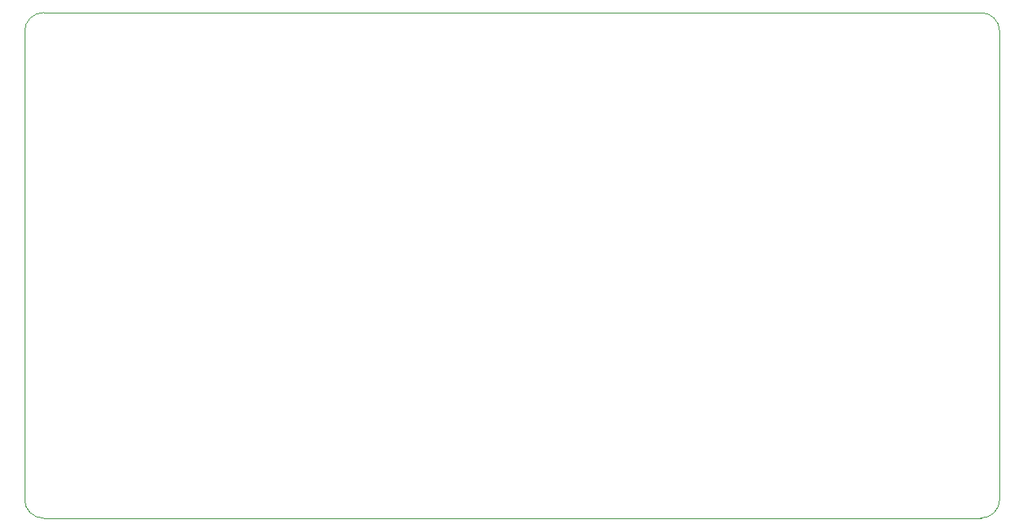
<source format=gbr>
%TF.GenerationSoftware,KiCad,Pcbnew,8.0.8*%
%TF.CreationDate,2025-02-21T18:26:29+02:00*%
%TF.ProjectId,iis22183,69697332-3231-4383-932e-6b696361645f,0*%
%TF.SameCoordinates,Original*%
%TF.FileFunction,Profile,NP*%
%FSLAX46Y46*%
G04 Gerber Fmt 4.6, Leading zero omitted, Abs format (unit mm)*
G04 Created by KiCad (PCBNEW 8.0.8) date 2025-02-21 18:26:29*
%MOMM*%
%LPD*%
G01*
G04 APERTURE LIST*
%TA.AperFunction,Profile*%
%ADD10C,0.050000*%
%TD*%
G04 APERTURE END LIST*
D10*
X99500000Y-125000000D02*
X99500000Y-75000000D01*
X99500000Y-75000000D02*
G75*
G02*
X101500000Y-73000000I2000000J0D01*
G01*
X101500000Y-127000000D02*
G75*
G02*
X99500000Y-125000000I0J2000000D01*
G01*
X203500000Y-125000000D02*
G75*
G02*
X201500000Y-127000000I-2000000J0D01*
G01*
X201500000Y-73000000D02*
G75*
G02*
X203500000Y-75000000I0J-2000000D01*
G01*
X203500000Y-75000000D02*
X203500000Y-125000000D01*
X201500000Y-127000000D02*
X101500000Y-127000000D01*
X101500000Y-73000000D02*
X201500000Y-73000000D01*
M02*

</source>
